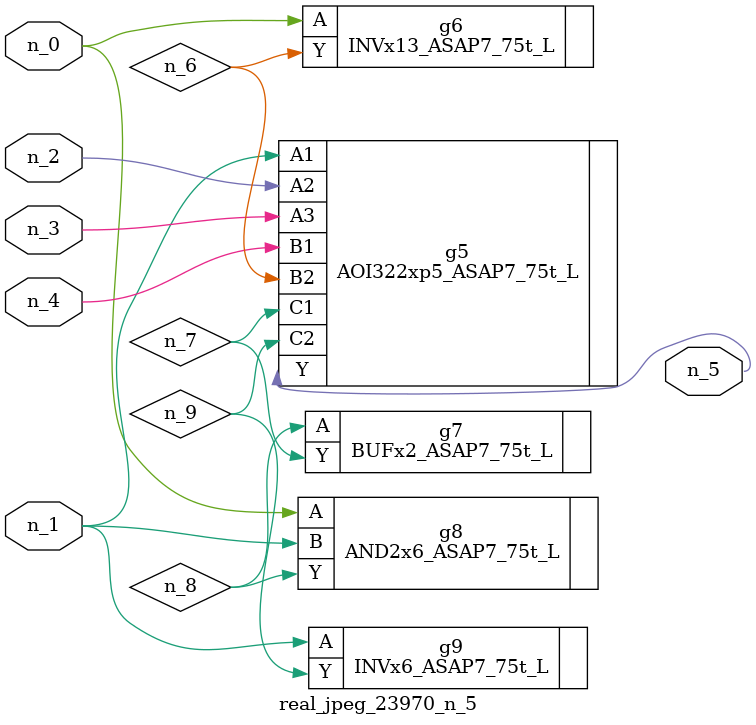
<source format=v>
module real_jpeg_23970_n_5 (n_4, n_0, n_1, n_2, n_3, n_5);

input n_4;
input n_0;
input n_1;
input n_2;
input n_3;

output n_5;

wire n_8;
wire n_6;
wire n_7;
wire n_9;

INVx13_ASAP7_75t_L g6 ( 
.A(n_0),
.Y(n_6)
);

AND2x6_ASAP7_75t_L g8 ( 
.A(n_0),
.B(n_1),
.Y(n_8)
);

AOI322xp5_ASAP7_75t_L g5 ( 
.A1(n_1),
.A2(n_2),
.A3(n_3),
.B1(n_4),
.B2(n_6),
.C1(n_7),
.C2(n_9),
.Y(n_5)
);

INVx6_ASAP7_75t_L g9 ( 
.A(n_1),
.Y(n_9)
);

BUFx2_ASAP7_75t_L g7 ( 
.A(n_8),
.Y(n_7)
);


endmodule
</source>
